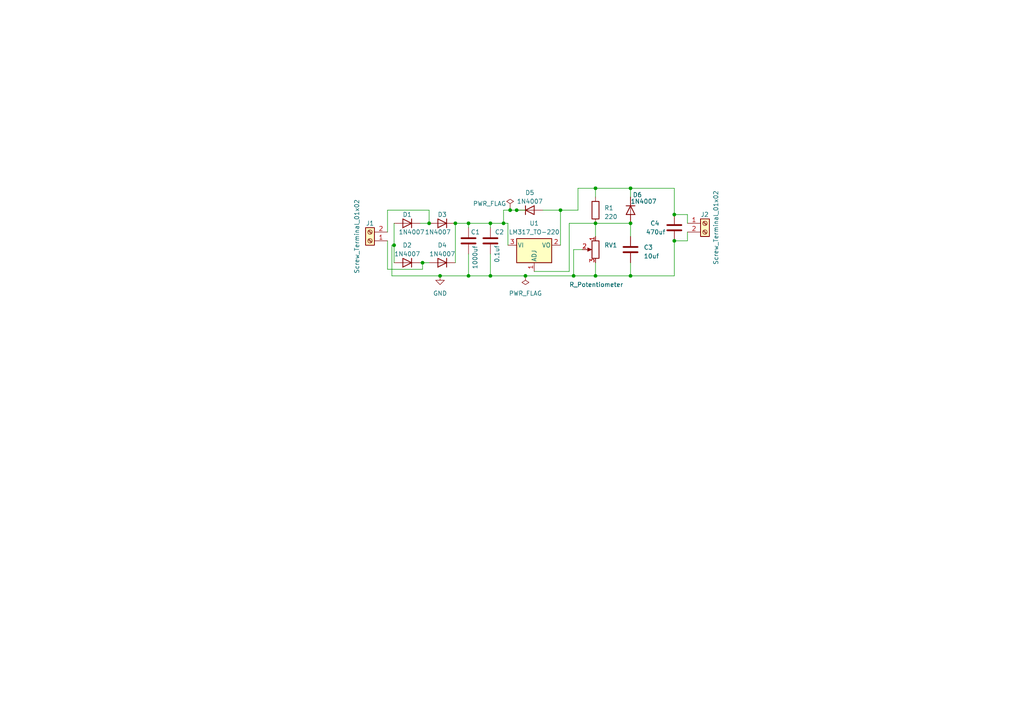
<source format=kicad_sch>
(kicad_sch (version 20230121) (generator eeschema)
  (paper "A4")
  (lib_symbols
    (symbol "Connector:Screw_Terminal_01x02" (pin_names (offset 1.016) hide)
      (property "Reference" "J" (at 0 2.54 0))
      (property "Value" "Screw_Terminal_01x02" (at 0 -5.08 0))
      (symbol "Screw_Terminal_01x02_1_1"
        (rectangle (start -1.27 1.27) (end 1.27 -3.81) (stroke (width 0.254)) (fill (type background)))
        (circle (center 0 -2.54) (radius 0.635) (stroke (width 0.1524)))
        (polyline (pts (xy -0.5334 -2.2098) (xy 0.3302 -3.048)) (stroke (width 0.1524)))
        (polyline (pts (xy -0.5334 0.3302) (xy 0.3302 -0.508)) (stroke (width 0.1524)))
        (polyline (pts (xy -0.3556 -2.032) (xy 0.508 -2.8702)) (stroke (width 0.1524)))
        (polyline (pts (xy -0.3556 0.508) (xy 0.508 -0.3302)) (stroke (width 0.1524)))
        (circle (center 0 0) (radius 0.635) (stroke (width 0.1524)))
        (pin passive line (at -5.08 0 0) (length 3.81) (name "Pin_1") (number "1"))
        (pin passive line (at -5.08 -2.54 0) (length 3.81) (name "Pin_2") (number "2"))
      )
    )
    (symbol "Device:C" (pin_numbers hide) (pin_names (offset 0.254))
      (property "Reference" "C" (at 0.635 2.54 0))
      (property "Value" "C" (at 0.635 -2.54 0))
      (symbol "C_0_1"
        (polyline (pts (xy -2.032 -0.762) (xy 2.032 -0.762)) (stroke (width 0.508)))
        (polyline (pts (xy -2.032 0.762) (xy 2.032 0.762)) (stroke (width 0.508)))
      )
      (symbol "C_1_1"
        (pin passive line (at 0 3.81 270) (length 2.794) (name "~") (number "1"))
        (pin passive line (at 0 -3.81 90) (length 2.794) (name "~") (number "2"))
      )
    )
    (symbol "Device:R" (pin_numbers hide) (pin_names (offset 0))
      (property "Reference" "R" (at 2.032 0 90))
      (property "Value" "R" (at 0 0 90))
      (symbol "R_0_1"
        (rectangle (start -1.016 -2.54) (end 1.016 2.54) (stroke (width 0.254)))
      )
      (symbol "R_1_1"
        (pin passive line (at 0 3.81 270) (length 1.27) (name "~") (number "1"))
        (pin passive line (at 0 -3.81 90) (length 1.27) (name "~") (number "2"))
      )
    )
    (symbol "Device:R_Potentiometer" (pin_names (offset 1.016) hide)
      (property "Reference" "RV" (at -4.445 0 90))
      (property "Value" "R_Potentiometer" (at -2.54 0 90))
      (symbol "R_Potentiometer_0_1"
        (polyline (pts (xy 2.54 0) (xy 1.524 0)))
        (polyline (pts (xy 1.143 0) (xy 2.286 0.508) (xy 2.286 -0.508) (xy 1.143 0)) (fill (type outline)))
        (rectangle (start 1.016 2.54) (end -1.016 -2.54) (stroke (width 0.254)))
      )
      (symbol "R_Potentiometer_1_1"
        (pin passive line (at 0 3.81 270) (length 1.27) (name "1") (number "1"))
        (pin passive line (at 3.81 0 180) (length 1.27) (name "2") (number "2"))
        (pin passive line (at 0 -3.81 90) (length 1.27) (name "3") (number "3"))
      )
    )
    (symbol "Diode:1N4007" (pin_numbers hide) (pin_names hide)
      (property "Reference" "D" (at 0 2.54 0))
      (property "Value" "1N4007" (at 0 -2.54 0))
      (symbol "1N4007_0_1"
        (polyline (pts (xy -1.27 1.27) (xy -1.27 -1.27)) (stroke (width 0.254)))
        (polyline (pts (xy 1.27 0) (xy -1.27 0)))
        (polyline (pts (xy 1.27 1.27) (xy 1.27 -1.27) (xy -1.27 0) (xy 1.27 1.27)) (stroke (width 0.254)))
      )
      (symbol "1N4007_1_1"
        (pin passive line (at -3.81 0 0) (length 2.54) (name "K") (number "1"))
        (pin passive line (at 3.81 0 180) (length 2.54) (name "A") (number "2"))
      )
    )
    (symbol "Regulator_Linear:LM317_TO-220" (pin_names (offset 0.254))
      (property "Reference" "U" (at -3.81 3.175 0))
      (property "Value" "LM317_TO-220" (at 0 3.175 0))
      (symbol "LM317_TO-220_0_1"
        (rectangle (start -5.08 1.905) (end 5.08 -5.08) (stroke (width 0.254)) (fill (type background)))
      )
      (symbol "LM317_TO-220_1_1"
        (pin input line (at 0 -7.62 90) (length 2.54) (name "ADJ") (number "1"))
        (pin power_out line (at 7.62 0 180) (length 2.54) (name "VO") (number "2"))
        (pin power_in line (at -7.62 0 0) (length 2.54) (name "VI") (number "3"))
      )
    )
    (symbol "power:GND" (power) (pin_names (offset 0))
      (property "Value" "GND" (at 0 -3.81 0))
      (symbol "GND_0_1"
        (polyline (pts (xy 0 0) (xy 0 -1.27) (xy 1.27 -1.27) (xy 0 -2.54) (xy -1.27 -1.27) (xy 0 -1.27)))
      )
      (symbol "GND_1_1"
        (pin power_in line (at 0 0 270) (length 0) hide (name "GND") (number "1"))
      )
    )
    (symbol "power:PWR_FLAG" (power) (pin_numbers hide) (pin_names (offset 0) hide)
      (property "Value" "PWR_FLAG" (at 0 3.81 0))
      (symbol "PWR_FLAG_0_0"
        (pin power_out line (at 0 0 90) (length 0) (name "pwr") (number "1"))
      )
      (symbol "PWR_FLAG_0_1"
        (polyline (pts (xy 0 0) (xy 0 1.27) (xy -1.016 1.905) (xy 0 2.54) (xy 1.016 1.905) (xy 0 1.27)))
      )
    )
  )
  (junction (at 172.72 64.77))
  (junction (at 142.24 64.77))
  (junction (at 124.46 64.77))
  (junction (at 162.56 60.96))
  (junction (at 114.3 71.12))
  (junction (at 135.89 64.77))
  (junction (at 172.72 80.01))
  (junction (at 149.86 60.96))
  (junction (at 146.05 64.77))
  (junction (at 135.89 80.01))
  (junction (at 182.88 54.61))
  (junction (at 166.37 80.01))
  (junction (at 147.955 60.96))
  (junction (at 195.58 69.85))
  (junction (at 172.72 54.61))
  (junction (at 195.58 62.23))
  (junction (at 122.555 76.2))
  (junction (at 182.88 64.77))
  (junction (at 132.08 64.77))
  (junction (at 152.4 80.01))
  (junction (at 142.24 80.01))
  (junction (at 182.88 80.01))
  (junction (at 127.635 80.01))
  (wire (pts (xy 124.46 60.96) (xy 124.46 64.77)))
  (wire (pts (xy 165.1 64.77) (xy 172.72 64.77)))
  (wire (pts (xy 112.395 60.96) (xy 124.46 60.96)))
  (wire (pts (xy 167.64 54.61) (xy 172.72 54.61)))
  (wire (pts (xy 112.395 69.85) (xy 112.395 78.105)))
  (wire (pts (xy 165.1 78.74) (xy 165.1 64.77)))
  (wire (pts (xy 142.24 80.01) (xy 152.4 80.01)))
  (wire (pts (xy 132.08 64.77) (xy 135.89 64.77)))
  (wire (pts (xy 152.4 60.96) (xy 149.86 60.96)))
  (wire (pts (xy 135.89 73.66) (xy 135.89 80.01)))
  (wire (pts (xy 195.58 54.61) (xy 182.88 54.61)))
  (wire (pts (xy 195.58 80.01) (xy 182.88 80.01)))
  (wire (pts (xy 149.86 60.96) (xy 147.955 60.96)))
  (wire (pts (xy 146.05 64.77) (xy 147.32 64.77)))
  (wire (pts (xy 172.72 64.77) (xy 182.88 64.77)))
  (wire (pts (xy 132.08 64.77) (xy 132.08 76.2)))
  (wire (pts (xy 166.37 72.39) (xy 166.37 80.01)))
  (wire (pts (xy 195.58 69.85) (xy 195.58 80.01)))
  (wire (pts (xy 135.89 64.77) (xy 142.24 64.77)))
  (wire (pts (xy 135.89 64.77) (xy 135.89 66.04)))
  (wire (pts (xy 182.88 76.2) (xy 182.88 80.01)))
  (wire (pts (xy 199.39 69.85) (xy 195.58 69.85)))
  (wire (pts (xy 182.88 64.77) (xy 182.88 68.58)))
  (wire (pts (xy 195.58 54.61) (xy 195.58 62.23)))
  (wire (pts (xy 121.92 76.2) (xy 122.555 76.2)))
  (wire (pts (xy 114.3 64.77) (xy 114.3 71.12)))
  (wire (pts (xy 135.89 80.01) (xy 142.24 80.01)))
  (wire (pts (xy 112.395 78.105) (xy 122.555 78.105)))
  (wire (pts (xy 142.24 64.77) (xy 142.24 66.04)))
  (wire (pts (xy 165.1 78.74) (xy 154.94 78.74)))
  (wire (pts (xy 122.555 76.2) (xy 124.46 76.2)))
  (wire (pts (xy 122.555 78.105) (xy 122.555 76.2)))
  (wire (pts (xy 167.64 60.96) (xy 167.64 54.61)))
  (wire (pts (xy 113.665 80.01) (xy 113.665 71.12)))
  (wire (pts (xy 146.05 60.96) (xy 147.955 60.96)))
  (wire (pts (xy 121.92 64.77) (xy 124.46 64.77)))
  (wire (pts (xy 114.3 71.12) (xy 114.3 76.2)))
  (wire (pts (xy 146.05 60.96) (xy 146.05 64.77)))
  (wire (pts (xy 166.37 80.01) (xy 172.72 80.01)))
  (wire (pts (xy 113.665 80.01) (xy 127.635 80.01)))
  (wire (pts (xy 113.665 71.12) (xy 114.3 71.12)))
  (wire (pts (xy 142.24 64.77) (xy 146.05 64.77)))
  (wire (pts (xy 195.58 62.23) (xy 199.39 62.23)))
  (wire (pts (xy 199.39 62.23) (xy 199.39 64.77)))
  (wire (pts (xy 112.395 67.31) (xy 112.395 60.96)))
  (wire (pts (xy 172.72 57.15) (xy 172.72 54.61)))
  (wire (pts (xy 182.88 57.15) (xy 182.88 54.61)))
  (wire (pts (xy 172.72 76.2) (xy 172.72 80.01)))
  (wire (pts (xy 168.91 72.39) (xy 166.37 72.39)))
  (wire (pts (xy 147.955 60.325) (xy 147.955 60.96)))
  (wire (pts (xy 182.88 80.01) (xy 172.72 80.01)))
  (wire (pts (xy 127.635 80.01) (xy 135.89 80.01)))
  (wire (pts (xy 142.24 73.66) (xy 142.24 80.01)))
  (wire (pts (xy 147.32 71.12) (xy 147.32 64.77)))
  (wire (pts (xy 162.56 71.12) (xy 162.56 60.96)))
  (wire (pts (xy 199.39 67.31) (xy 199.39 69.85)))
  (wire (pts (xy 162.56 60.96) (xy 167.64 60.96)))
  (wire (pts (xy 172.72 54.61) (xy 182.88 54.61)))
  (wire (pts (xy 152.4 80.01) (xy 166.37 80.01)))
  (wire (pts (xy 172.72 64.77) (xy 172.72 68.58)))
  (wire (pts (xy 157.48 60.96) (xy 162.56 60.96)))
  (symbol (lib_id "power:GND") (at 127.635 80.01 0) (unit 1)
    (property "Reference" "#PWR01" (effects hide))
    (property "Value" "GND" (at 127.635 85.09 0))
  )
  (symbol (lib_id "Diode:1N4007") (at 128.27 64.77 180) (unit 1)
    (property "Reference" "D3" (at 128.27 62.23 0))
    (property "Value" "1N4007" (at 127 67.31 0))
    (property "Footprint" "Diode_THT:D_DO-41_SOD81_P10.16mm_Horizontal" (effects hide))
    (property "Datasheet" "http://www.vishay.com/docs/88503/1n4001.pdf" (effects hide))
    (property "Sim.Device" "D" (effects hide))
    (property "Sim.Pins" "1=K 2=A" (effects hide))
  )
  (symbol (lib_id "Diode:1N4007") (at 118.11 76.2 180) (unit 1)
    (property "Reference" "D2" (at 118.11 71.12 0))
    (property "Value" "1N4007" (at 118.11 73.66 0))
    (property "Footprint" "Diode_THT:D_DO-41_SOD81_P10.16mm_Horizontal" (effects hide))
    (property "Datasheet" "http://www.vishay.com/docs/88503/1n4001.pdf" (effects hide))
    (property "Sim.Device" "D" (effects hide))
    (property "Sim.Pins" "1=K 2=A" (effects hide))
  )
  (symbol (lib_id "power:PWR_FLAG") (at 147.955 60.325 0) (unit 1)
    (property "Reference" "#FLG02" (effects hide))
    (property "Value" "PWR_FLAG" (at 137.16 59.055 0) (effects (justify left)))
  )
  (symbol (lib_id "Connector:Screw_Terminal_01x02") (at 204.47 64.77 0) (unit 1)
    (property "Reference" "J2" (at 203.2 62.23 0) (effects (justify left)))
    (property "Value" "Screw_Terminal_01x02" (at 207.645 76.835 90) (effects (justify left)))
    (property "Footprint" "TerminalBlock_Phoenix:TerminalBlock_Phoenix_MKDS-1,5-2-5.08_1x02_P5.08mm_Horizontal" (effects hide))
  )
  (symbol (lib_id "Diode:1N4007") (at 153.67 60.96 0) (unit 1)
    (property "Reference" "D5" (at 153.67 55.88 0))
    (property "Value" "1N4007" (at 153.67 58.42 0))
    (property "Footprint" "Diode_THT:D_DO-41_SOD81_P10.16mm_Horizontal" (effects hide))
    (property "Datasheet" "http://www.vishay.com/docs/88503/1n4001.pdf" (effects hide))
    (property "Sim.Device" "D" (effects hide))
    (property "Sim.Pins" "1=K 2=A" (effects hide))
  )
  (symbol (lib_id "Diode:1N4007") (at 118.11 64.77 180) (unit 1)
    (property "Reference" "D1" (at 118.11 62.23 0))
    (property "Value" "1N4007" (at 119.38 67.31 0))
    (property "Footprint" "Diode_THT:D_DO-41_SOD81_P10.16mm_Horizontal" (effects hide))
    (property "Datasheet" "http://www.vishay.com/docs/88503/1n4001.pdf" (effects hide))
    (property "Sim.Device" "D" (effects hide))
    (property "Sim.Pins" "1=K 2=A" (effects hide))
  )
  (symbol (lib_id "Connector:Screw_Terminal_01x02") (at 107.315 69.85 180) (unit 1)
    (property "Reference" "J1" (at 107.315 64.77 0))
    (property "Value" "Screw_Terminal_01x02" (at 103.505 68.58 90))
    (property "Footprint" "TerminalBlock_Phoenix:TerminalBlock_Phoenix_MKDS-1,5-2-5.08_1x02_P5.08mm_Horizontal" (effects hide))
  )
  (symbol (lib_id "Regulator_Linear:LM317_TO-220") (at 154.94 71.12 0) (unit 1)
    (property "Reference" "U1" (at 154.94 64.77 0))
    (property "Value" "LM317_TO-220" (at 154.94 67.31 0))
    (property "Footprint" "Package_TO_SOT_THT:TO-220-3_Vertical" (effects hide))
    (property "Datasheet" "http://www.ti.com/lit/ds/symlink/lm317.pdf" (effects hide))
  )
  (symbol (lib_id "Diode:1N4007") (at 128.27 76.2 180) (unit 1)
    (property "Reference" "D4" (at 128.27 71.12 0))
    (property "Value" "1N4007" (at 128.27 73.66 0))
    (property "Footprint" "Diode_THT:D_DO-41_SOD81_P10.16mm_Horizontal" (effects hide))
    (property "Datasheet" "http://www.vishay.com/docs/88503/1n4001.pdf" (effects hide))
    (property "Sim.Device" "D" (effects hide))
    (property "Sim.Pins" "1=K 2=A" (effects hide))
  )
  (symbol (lib_id "Device:R") (at 172.72 60.96 0) (unit 1)
    (property "Reference" "R1" (at 175.26 60.325 0) (effects (justify left)))
    (property "Value" "220" (at 175.26 62.865 0) (effects (justify left)))
    (property "Footprint" "Resistor_THT:R_Axial_DIN0207_L6.3mm_D2.5mm_P7.62mm_Horizontal" (effects hide))
    (property "Sim.Device" "R" (effects hide))
    (property "Sim.Pins" "1=+ 2=-" (effects hide))
  )
  (symbol (lib_id "Diode:1N4007") (at 182.88 60.96 270) (unit 1)
    (property "Reference" "D6" (at 183.515 56.515 90) (effects (justify left)))
    (property "Value" "1N4007" (at 182.88 58.42 90) (effects (justify left)))
    (property "Footprint" "Diode_THT:D_DO-41_SOD81_P10.16mm_Horizontal" (effects hide))
    (property "Datasheet" "http://www.vishay.com/docs/88503/1n4001.pdf" (effects hide))
    (property "Sim.Device" "D" (effects hide))
    (property "Sim.Pins" "1=K 2=A" (effects hide))
  )
  (symbol (lib_id "power:PWR_FLAG") (at 152.4 80.01 180) (unit 1)
    (property "Reference" "#FLG01" (effects hide))
    (property "Value" "PWR_FLAG" (at 152.4 85.09 0))
  )
  (symbol (lib_id "Device:C") (at 195.58 66.04 0) (unit 1)
    (property "Reference" "C4" (at 188.595 64.77 0) (effects (justify left)))
    (property "Value" "470uf" (at 187.325 67.31 0) (effects (justify left)))
    (property "Footprint" "Capacitor_THT:C_Radial_D10.0mm_H12.5mm_P5.00mm" (effects hide))
  )
  (symbol (lib_id "Device:C") (at 135.89 69.85 0) (unit 1)
    (property "Reference" "C1" (at 136.525 67.31 0) (effects (justify left)))
    (property "Value" "1000uf" (at 137.795 78.105 90) (effects (justify left)))
    (property "Footprint" "Capacitor_THT:C_Radial_D12.5mm_H20.0mm_P5.00mm" (effects hide))
  )
  (symbol (lib_id "Device:C") (at 142.24 69.85 0) (unit 1)
    (property "Reference" "C2" (at 143.51 67.31 0) (effects (justify left)))
    (property "Value" "0.1uf" (at 144.145 76.2 90) (effects (justify left)))
    (property "Footprint" "Capacitor_THT:C_Disc_D4.7mm_W2.5mm_P5.00mm" (effects hide))
  )
  (symbol (lib_id "Device:R_Potentiometer") (at 172.72 72.39 0) (mirror y) (unit 1)
    (property "Reference" "RV1" (at 175.26 71.12 0) (effects (justify right)))
    (property "Value" "R_Potentiometer" (at 165.1 82.55 0) (effects (justify right)))
    (property "Footprint" "Potentiometer_THT:Potentiometer_Runtron_RM-065_Vertical" (effects hide))
  )
  (symbol (lib_id "Device:C") (at 182.88 72.39 0) (unit 1)
    (property "Reference" "C3" (at 186.69 71.755 0) (effects (justify left)))
    (property "Value" "10uf" (at 186.69 74.295 0) (effects (justify left)))
    (property "Footprint" "Capacitor_THT:C_Radial_D5.0mm_H11.0mm_P2.00mm" (effects hide))
  )
)
</source>
